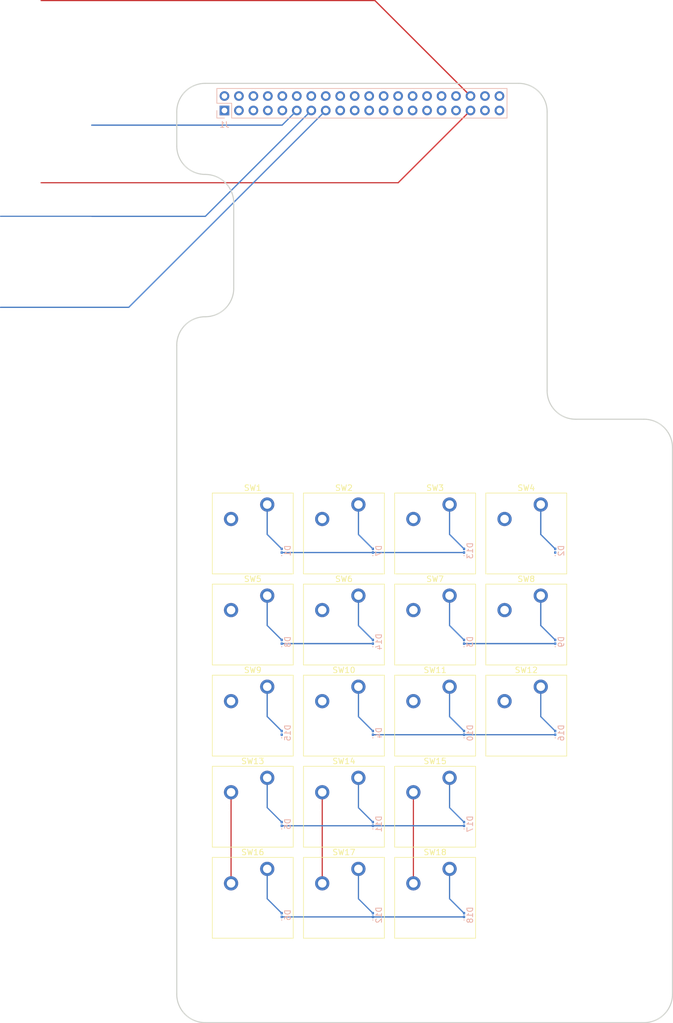
<source format=kicad_pcb>
(kicad_pcb (version 20241229) (generator "pcbnew") (generator_version "9.0")
  (title_block (date "15 nov 2012"))
  (layers (0 "F.Cu" signal) (2 "B.Cu" signal) (13 "F.Paste" user) (15 "B.Paste" user) (5 "F.SilkS" user "F.Silkscreen") (7 "B.SilkS" user "B.Silkscreen") (1 "F.Mask" user) (3 "B.Mask" user) (25 "Edge.Cuts" user))
  (net 0 "")
  (net 1 "GND")
  (net 2 "/GPIO2{slash}SDA1")
  (net 3 "/GPIO3{slash}SCL1")
  (net 4 "/GPIO4{slash}GPCLK0")
  (net 5 "/GPIO14{slash}TXD0")
  (net 6 "/GPIO15{slash}RXD0")
  (net 7 "/GPIO17")
  (net 8 "/GPIO18{slash}PCM.CLK")
  (net 9 "/GPIO27")
  (net 10 "/GPIO22")
  (net 11 "/GPIO23")
  (net 12 "/GPIO24")
  (net 13 "/GPIO10{slash}SPI0.MOSI")
  (net 14 "/GPIO9{slash}SPI0.MISO")
  (net 15 "/GPIO25")
  (net 16 "/GPIO11{slash}SPI0.SCLK")
  (net 17 "/GPIO8{slash}SPI0.CE0")
  (net 18 "/GPIO7{slash}SPI0.CE1")
  (net 19 "/ID_SDA")
  (net 20 "/ID_SCL")
  (net 21 "/GPIO5")
  (net 22 "/GPIO6")
  (net 23 "/GPIO12{slash}PWM0")
  (net 24 "/GPIO13{slash}PWM1")
  (net 25 "/GPIO19{slash}PCM.FS")
  (net 26 "/GPIO16")
  (net 27 "/GPIO26")
  (net 28 "/GPIO20{slash}PCM.DIN")
  (net 29 "/GPIO21{slash}PCM.DOUT")
  (net 30 "+5V")
  (net 31 "+3V3")
  (net 32 "Net-(D1-A)")
  (net 33 "Net-(D2-A)")
  (net 34 "Net-(D3-A)")
  (net 35 "Net-(D4-A)")
  (net 36 "Net-(D5-A)")
  (net 37 "Net-(D6-A)")
  (net 38 "Net-(D7-A)")
  (net 39 "Net-(D8-A)")
  (net 40 "Net-(D9-A)")
  (net 41 "Net-(D10-A)")
  (net 42 "Net-(D11-A)")
  (net 43 "Net-(D12-A)")
  (net 44 "Net-(D13-A)")
  (net 45 "Net-(D14-A)")
  (net 46 "Net-(D15-A)")
  (net 47 "Net-(D16-A)")
  (net 48 "Net-(D17-A)")
  (net 49 "Net-(D18-A)")
  (footprint "PCM_Switch_Keyboard_Cherry_MX:SW_Cherry_MX_PCB" (layer "F.Cu") (at 113.34 139.07)
    (property "Reference" "SW5" (at 0 -8 0) (layer "F.SilkS"))
    (property "Value" "SW_Push")
    (fp_line (start -7.1 -7.1) (end -7.1 7.1) (stroke (width 0.12)) (layer "F.SilkS"))
    (fp_line (start -7.1 7.1) (end 7.1 7.1) (stroke (width 0.12)) (layer "F.SilkS"))
    (fp_line (start 7.1 -7.1) (end -7.1 -7.1) (stroke (width 0.12)) (layer "F.SilkS"))
    (fp_line (start 7.1 7.1) (end 7.1 -7.1) (stroke (width 0.12)) (layer "F.SilkS"))
    (pad "" np_thru_hole circle (at -5.08 0) (size 1.75 1.75) (drill 1.75) (layers "*.Cu" "*.Mask"))
    (pad "" np_thru_hole circle (at 0 0) (size 4 4) (drill 4) (layers "*.Cu" "*.Mask"))
    (pad "" np_thru_hole circle (at 5.08 0) (size 1.75 1.75) (drill 1.75) (layers "*.Cu" "*.Mask"))
    (pad "1" thru_hole circle (at -3.81 -2.54) (size 2.5 2.5) (drill 1.5) (layers "*.Cu" "*.Mask") (net 24 "/GPIO13{slash}PWM1"))
    (pad "2" thru_hole circle (at 2.54 -5.08) (size 2.5 2.5) (drill 1.5) (layers "*.Cu" "*.Mask") (net 39 "Net-(D8-A)"))
  )
  (footprint "MountingHole:MountingHole_2.7mm_M2.5" (layer "F.Cu") (at 161.5 47.5)
    (property "Reference" "MH2" (hide yes))
    (property "Value" "MountingHole_2.7mm_M2.5" (hide yes))
    (pad "" np_thru_hole circle (at 0 0) (size 2.7 2.7) (drill 2.7) (layers "*.Cu" "*.Mask"))
  )
  (footprint "PCM_Switch_Keyboard_Cherry_MX:SW_Cherry_MX_PCB" (layer "F.Cu") (at 129.34 187.07)
    (property "Reference" "SW17" (at 0 -8 0) (layer "F.SilkS"))
    (property "Value" "SW_Push")
    (fp_line (start -7.1 -7.1) (end -7.1 7.1) (stroke (width 0.12)) (layer "F.SilkS"))
    (fp_line (start -7.1 7.1) (end 7.1 7.1) (stroke (width 0.12)) (layer "F.SilkS"))
    (fp_line (start 7.1 -7.1) (end -7.1 -7.1) (stroke (width 0.12)) (layer "F.SilkS"))
    (fp_line (start 7.1 7.1) (end 7.1 -7.1) (stroke (width 0.12)) (layer "F.SilkS"))
    (pad "" np_thru_hole circle (at -5.08 0) (size 1.75 1.75) (drill 1.75) (layers "*.Cu" "*.Mask"))
    (pad "" np_thru_hole circle (at 0 0) (size 4 4) (drill 4) (layers "*.Cu" "*.Mask"))
    (pad "" np_thru_hole circle (at 5.08 0) (size 1.75 1.75) (drill 1.75) (layers "*.Cu" "*.Mask"))
    (pad "1" thru_hole circle (at -3.81 -2.54) (size 2.5 2.5) (drill 1.5) (layers "*.Cu" "*.Mask") (net 24 "/GPIO13{slash}PWM1"))
    (pad "2" thru_hole circle (at 2.54 -5.08) (size 2.5 2.5) (drill 1.5) (layers "*.Cu" "*.Mask") (net 43 "Net-(D12-A)"))
  )
  (footprint "PCM_Switch_Keyboard_Cherry_MX:SW_Cherry_MX_PCB" (layer "F.Cu") (at 113.34 123.07)
    (property "Reference" "SW1" (at 0 -8 0) (layer "F.SilkS"))
    (property "Value" "SW_Push")
    (fp_line (start -7.1 -7.1) (end -7.1 7.1) (stroke (width 0.12)) (layer "F.SilkS"))
    (fp_line (start -7.1 7.1) (end 7.1 7.1) (stroke (width 0.12)) (layer "F.SilkS"))
    (fp_line (start 7.1 -7.1) (end -7.1 -7.1) (stroke (width 0.12)) (layer "F.SilkS"))
    (fp_line (start 7.1 7.1) (end 7.1 -7.1) (stroke (width 0.12)) (layer "F.SilkS"))
    (pad "" np_thru_hole circle (at -5.08 0) (size 1.75 1.75) (drill 1.75) (layers "*.Cu" "*.Mask"))
    (pad "" np_thru_hole circle (at 0 0) (size 4 4) (drill 4) (layers "*.Cu" "*.Mask"))
    (pad "" np_thru_hole circle (at 5.08 0) (size 1.75 1.75) (drill 1.75) (layers "*.Cu" "*.Mask"))
    (pad "1" thru_hole circle (at -3.81 -2.54) (size 2.5 2.5) (drill 1.5) (layers "*.Cu" "*.Mask") (net 26 "/GPIO16"))
    (pad "2" thru_hole circle (at 2.54 -5.08) (size 2.5 2.5) (drill 1.5) (layers "*.Cu" "*.Mask") (net 32 "Net-(D1-A)"))
  )
  (footprint "PCM_Switch_Keyboard_Cherry_MX:SW_Cherry_MX_PCB" (layer "F.Cu") (at 145.34 123.07)
    (property "Reference" "SW3" (at 0 -8 0) (layer "F.SilkS"))
    (property "Value" "SW_Push")
    (fp_line (start -7.1 -7.1) (end -7.1 7.1) (stroke (width 0.12)) (layer "F.SilkS"))
    (fp_line (start -7.1 7.1) (end 7.1 7.1) (stroke (width 0.12)) (layer "F.SilkS"))
    (fp_line (start 7.1 -7.1) (end -7.1 -7.1) (stroke (width 0.12)) (layer "F.SilkS"))
    (fp_line (start 7.1 7.1) (end 7.1 -7.1) (stroke (width 0.12)) (layer "F.SilkS"))
    (pad "" np_thru_hole circle (at -5.08 0) (size 1.75 1.75) (drill 1.75) (layers "*.Cu" "*.Mask"))
    (pad "" np_thru_hole circle (at 0 0) (size 4 4) (drill 4) (layers "*.Cu" "*.Mask"))
    (pad "" np_thru_hole circle (at 5.08 0) (size 1.75 1.75) (drill 1.75) (layers "*.Cu" "*.Mask"))
    (pad "1" thru_hole circle (at -3.81 -2.54) (size 2.5 2.5) (drill 1.5) (layers "*.Cu" "*.Mask") (net 25 "/GPIO19{slash}PCM.FS"))
    (pad "2" thru_hole circle (at 2.54 -5.08) (size 2.5 2.5) (drill 1.5) (layers "*.Cu" "*.Mask") (net 44 "Net-(D13-A)"))
  )
  (footprint "PCM_Switch_Keyboard_Cherry_MX:SW_Cherry_MX_PCB" (layer "F.Cu") (at 145.34 139.07)
    (property "Reference" "SW7" (at 0 -8 0) (layer "F.SilkS"))
    (property "Value" "SW_Push")
    (fp_line (start -7.1 -7.1) (end -7.1 7.1) (stroke (width 0.12)) (layer "F.SilkS"))
    (fp_line (start -7.1 7.1) (end 7.1 7.1) (stroke (width 0.12)) (layer "F.SilkS"))
    (fp_line (start 7.1 -7.1) (end -7.1 -7.1) (stroke (width 0.12)) (layer "F.SilkS"))
    (fp_line (start 7.1 7.1) (end 7.1 -7.1) (stroke (width 0.12)) (layer "F.SilkS"))
    (pad "" np_thru_hole circle (at -5.08 0) (size 1.75 1.75) (drill 1.75) (layers "*.Cu" "*.Mask"))
    (pad "" np_thru_hole circle (at 0 0) (size 4 4) (drill 4) (layers "*.Cu" "*.Mask"))
    (pad "" np_thru_hole circle (at 5.08 0) (size 1.75 1.75) (drill 1.75) (layers "*.Cu" "*.Mask"))
    (pad "1" thru_hole circle (at -3.81 -2.54) (size 2.5 2.5) (drill 1.5) (layers "*.Cu" "*.Mask") (net 26 "/GPIO16"))
    (pad "2" thru_hole circle (at 2.54 -5.08) (size 2.5 2.5) (drill 1.5) (layers "*.Cu" "*.Mask") (net 34 "Net-(D3-A)"))
  )
  (footprint "PCM_Switch_Keyboard_Cherry_MX:SW_Cherry_MX_PCB" (layer "F.Cu") (at 145.34 155.07)
    (property "Reference" "SW11" (at 0 -8 0) (layer "F.SilkS"))
    (property "Value" "SW_Push")
    (fp_line (start -7.1 -7.1) (end -7.1 7.1) (stroke (width 0.12)) (layer "F.SilkS"))
    (fp_line (start -7.1 7.1) (end 7.1 7.1) (stroke (width 0.12)) (layer "F.SilkS"))
    (fp_line (start 7.1 -7.1) (end -7.1 -7.1) (stroke (width 0.12)) (layer "F.SilkS"))
    (fp_line (start 7.1 7.1) (end 7.1 -7.1) (stroke (width 0.12)) (layer "F.SilkS"))
    (pad "" np_thru_hole circle (at -5.08 0) (size 1.75 1.75) (drill 1.75) (layers "*.Cu" "*.Mask"))
    (pad "" np_thru_hole circle (at 0 0) (size 4 4) (drill 4) (layers "*.Cu" "*.Mask"))
    (pad "" np_thru_hole circle (at 5.08 0) (size 1.75 1.75) (drill 1.75) (layers "*.Cu" "*.Mask"))
    (pad "1" thru_hole circle (at -3.81 -2.54) (size 2.5 2.5) (drill 1.5) (layers "*.Cu" "*.Mask") (net 24 "/GPIO13{slash}PWM1"))
    (pad "2" thru_hole circle (at 2.54 -5.08) (size 2.5 2.5) (drill 1.5) (layers "*.Cu" "*.Mask") (net 41 "Net-(D10-A)"))
  )
  (footprint "PCM_Switch_Keyboard_Cherry_MX:SW_Cherry_MX_PCB" (layer "F.Cu") (at 129.34 123.07)
    (property "Reference" "SW2" (at 0 -8 0) (layer "F.SilkS"))
    (property "Value" "SW_Push")
    (fp_line (start -7.1 -7.1) (end -7.1 7.1) (stroke (width 0.12)) (layer "F.SilkS"))
    (fp_line (start -7.1 7.1) (end 7.1 7.1) (stroke (width 0.12)) (layer "F.SilkS"))
    (fp_line (start 7.1 -7.1) (end -7.1 -7.1) (stroke (width 0.12)) (layer "F.SilkS"))
    (fp_line (start 7.1 7.1) (end 7.1 -7.1) (stroke (width 0.12)) (layer "F.SilkS"))
    (pad "" np_thru_hole circle (at -5.08 0) (size 1.75 1.75) (drill 1.75) (layers "*.Cu" "*.Mask"))
    (pad "" np_thru_hole circle (at 0 0) (size 4 4) (drill 4) (layers "*.Cu" "*.Mask"))
    (pad "" np_thru_hole circle (at 5.08 0) (size 1.75 1.75) (drill 1.75) (layers "*.Cu" "*.Mask"))
    (pad "1" thru_hole circle (at -3.81 -2.54) (size 2.5 2.5) (drill 1.5) (layers "*.Cu" "*.Mask") (net 24 "/GPIO13{slash}PWM1"))
    (pad "2" thru_hole circle (at 2.54 -5.08) (size 2.5 2.5) (drill 1.5) (layers "*.Cu" "*.Mask") (net 38 "Net-(D7-A)"))
  )
  (footprint "PCM_Switch_Keyboard_Cherry_MX:SW_Cherry_MX_PCB" (layer "F.Cu") (at 161.34 139.07)
    (property "Reference" "SW8" (at 0 -8 0) (layer "F.SilkS"))
    (property "Value" "SW_Push")
    (fp_line (start -7.1 -7.1) (end -7.1 7.1) (stroke (width 0.12)) (layer "F.SilkS"))
    (fp_line (start -7.1 7.1) (end 7.1 7.1) (stroke (width 0.12)) (layer "F.SilkS"))
    (fp_line (start 7.1 -7.1) (end -7.1 -7.1) (stroke (width 0.12)) (layer "F.SilkS"))
    (fp_line (start 7.1 7.1) (end 7.1 -7.1) (stroke (width 0.12)) (layer "F.SilkS"))
    (pad "" np_thru_hole circle (at -5.08 0) (size 1.75 1.75) (drill 1.75) (layers "*.Cu" "*.Mask"))
    (pad "" np_thru_hole circle (at 0 0) (size 4 4) (drill 4) (layers "*.Cu" "*.Mask"))
    (pad "" np_thru_hole circle (at 5.08 0) (size 1.75 1.75) (drill 1.75) (layers "*.Cu" "*.Mask"))
    (pad "1" thru_hole circle (at -3.81 -2.54) (size 2.5 2.5) (drill 1.5) (layers "*.Cu" "*.Mask") (net 24 "/GPIO13{slash}PWM1"))
    (pad "2" thru_hole circle (at 2.54 -5.08) (size 2.5 2.5) (drill 1.5) (layers "*.Cu" "*.Mask") (net 40 "Net-(D9-A)"))
  )
  (footprint "PCM_Switch_Keyboard_Cherry_MX:SW_Cherry_MX_PCB" (layer "F.Cu") (at 129.34 139.07)
    (property "Reference" "SW6" (at 0 -8 0) (layer "F.SilkS"))
    (property "Value" "SW_Push")
    (fp_line (start -7.1 -7.1) (end -7.1 7.1) (stroke (width 0.12)) (layer "F.SilkS"))
    (fp_line (start -7.1 7.1) (end 7.1 7.1) (stroke (width 0.12)) (layer "F.SilkS"))
    (fp_line (start 7.1 -7.1) (end -7.1 -7.1) (stroke (width 0.12)) (layer "F.SilkS"))
    (fp_line (start 7.1 7.1) (end 7.1 -7.1) (stroke (width 0.12)) (layer "F.SilkS"))
    (pad "" np_thru_hole circle (at -5.08 0) (size 1.75 1.75) (drill 1.75) (layers "*.Cu" "*.Mask"))
    (pad "" np_thru_hole circle (at 0 0) (size 4 4) (drill 4) (layers "*.Cu" "*.Mask"))
    (pad "" np_thru_hole circle (at 5.08 0) (size 1.75 1.75) (drill 1.75) (layers "*.Cu" "*.Mask"))
    (pad "1" thru_hole circle (at -3.81 -2.54) (size 2.5 2.5) (drill 1.5) (layers "*.Cu" "*.Mask") (net 25 "/GPIO19{slash}PCM.FS"))
    (pad "2" thru_hole circle (at 2.54 -5.08) (size 2.5 2.5) (drill 1.5) (layers "*.Cu" "*.Mask") (net 45 "Net-(D14-A)"))
  )
  (footprint "PCM_Switch_Keyboard_Cherry_MX:SW_Cherry_MX_PCB" (layer "F.Cu") (at 161.34 123.07)
    (property "Reference" "SW4" (at 0 -8 0) (layer "F.SilkS"))
    (property "Value" "SW_Push")
    (fp_line (start -7.1 -7.1) (end -7.1 7.1) (stroke (width 0.12)) (layer "F.SilkS"))
    (fp_line (start -7.1 7.1) (end 7.1 7.1) (stroke (width 0.12)) (layer "F.SilkS"))
    (fp_line (start 7.1 -7.1) (end -7.1 -7.1) (stroke (width 0.12)) (layer "F.SilkS"))
    (fp_line (start 7.1 7.1) (end 7.1 -7.1) (stroke (width 0.12)) (layer "F.SilkS"))
    (pad "" np_thru_hole circle (at -5.08 0) (size 1.75 1.75) (drill 1.75) (layers "*.Cu" "*.Mask"))
    (pad "" np_thru_hole circle (at 0 0) (size 4 4) (drill 4) (layers "*.Cu" "*.Mask"))
    (pad "" np_thru_hole circle (at 5.08 0) (size 1.75 1.75) (drill 1.75) (layers "*.Cu" "*.Mask"))
    (pad "1" thru_hole circle (at -3.81 -2.54) (size 2.5 2.5) (drill 1.5) (layers "*.Cu" "*.Mask") (net 26 "/GPIO16"))
    (pad "2" thru_hole circle (at 2.54 -5.08) (size 2.5 2.5) (drill 1.5) (layers "*.Cu" "*.Mask") (net 33 "Net-(D2-A)"))
  )
  (footprint "PCM_Switch_Keyboard_Cherry_MX:SW_Cherry_MX_PCB" (layer "F.Cu") (at 113.34 171.07)
    (property "Reference" "SW13" (at 0 -8 0) (layer "F.SilkS"))
    (property "Value" "SW_Push")
    (fp_line (start -7.1 -7.1) (end -7.1 7.1) (stroke (width 0.12)) (layer "F.SilkS"))
    (fp_line (start -7.1 7.1) (end 7.1 7.1) (stroke (width 0.12)) (layer "F.SilkS"))
    (fp_line (start 7.1 -7.1) (end -7.1 -7.1) (stroke (width 0.12)) (layer "F.SilkS"))
    (fp_line (start 7.1 7.1) (end 7.1 -7.1) (stroke (width 0.12)) (layer "F.SilkS"))
    (pad "" np_thru_hole circle (at -5.08 0) (size 1.75 1.75) (drill 1.75) (layers "*.Cu" "*.Mask"))
    (pad "" np_thru_hole circle (at 0 0) (size 4 4) (drill 4) (layers "*.Cu" "*.Mask"))
    (pad "" np_thru_hole circle (at 5.08 0) (size 1.75 1.75) (drill 1.75) (layers "*.Cu" "*.Mask"))
    (pad "1" thru_hole circle (at -3.81 -2.54) (size 2.5 2.5) (drill 1.5) (layers "*.Cu" "*.Mask") (net 26 "/GPIO16"))
    (pad "2" thru_hole circle (at 2.54 -5.08) (size 2.5 2.5) (drill 1.5) (layers "*.Cu" "*.Mask") (net 36 "Net-(D5-A)"))
  )
  (footprint "PCM_Switch_Keyboard_Cherry_MX:SW_Cherry_MX_PCB" (layer "F.Cu") (at 145.34 171.07)
    (property "Reference" "SW15" (at 0 -8 0) (layer "F.SilkS"))
    (property "Value" "SW_Push")
    (fp_line (start -7.1 -7.1) (end -7.1 7.1) (stroke (width 0.12)) (layer "F.SilkS"))
    (fp_line (start -7.1 7.1) (end 7.1 7.1) (stroke (width 0.12)) (layer "F.SilkS"))
    (fp_line (start 7.1 -7.1) (end -7.1 -7.1) (stroke (width 0.12)) (layer "F.SilkS"))
    (fp_line (start 7.1 7.1) (end 7.1 -7.1) (stroke (width 0.12)) (layer "F.SilkS"))
    (pad "" np_thru_hole circle (at -5.08 0) (size 1.75 1.75) (drill 1.75) (layers "*.Cu" "*.Mask"))
    (pad "" np_thru_hole circle (at 0 0) (size 4 4) (drill 4) (layers "*.Cu" "*.Mask"))
    (pad "" np_thru_hole circle (at 5.08 0) (size 1.75 1.75) (drill 1.75) (layers "*.Cu" "*.Mask"))
    (pad "1" thru_hole circle (at -3.81 -2.54) (size 2.5 2.5) (drill 1.5) (layers "*.Cu" "*.Mask") (net 25 "/GPIO19{slash}PCM.FS"))
    (pad "2" thru_hole circle (at 2.54 -5.08) (size 2.5 2.5) (drill 1.5) (layers "*.Cu" "*.Mask") (net 48 "Net-(D17-A)"))
  )
  (footprint "MountingHole:MountingHole_2.7mm_M2.5" (layer "F.Cu") (at 103.5 96.5)
    (property "Reference" "MH3" (hide yes))
    (property "Value" "MountingHole_2.7mm_M2.5" (hide yes))
    (pad "" np_thru_hole circle (at 0 0) (size 2.7 2.7) (drill 2.7) (layers "*.Cu" "*.Mask"))
  )
  (footprint "MountingHole:MountingHole_2.7mm_M2.5" (layer "F.Cu") (at 103.5 47.5)
    (property "Reference" "MH1" (hide yes))
    (property "Value" "MountingHole_2.7mm_M2.5" (hide yes))
    (pad "" np_thru_hole circle (at 0 0) (size 2.7 2.7) (drill 2.7) (layers "*.Cu" "*.Mask"))
  )
  (footprint "PCM_Switch_Keyboard_Cherry_MX:SW_Cherry_MX_PCB" (layer "F.Cu") (at 113.34 155.07)
    (property "Reference" "SW9" (at 0 -8 0) (layer "F.SilkS"))
    (property "Value" "SW_Push")
    (fp_line (start -7.1 -7.1) (end -7.1 7.1) (stroke (width 0.12)) (layer "F.SilkS"))
    (fp_line (start -7.1 7.1) (end 7.1 7.1) (stroke (width 0.12)) (layer "F.SilkS"))
    (fp_line (start 7.1 -7.1) (end -7.1 -7.1) (stroke (width 0.12)) (layer "F.SilkS"))
    (fp_line (start 7.1 7.1) (end 7.1 -7.1) (stroke (width 0.12)) (layer "F.SilkS"))
    (pad "" np_thru_hole circle (at -5.08 0) (size 1.75 1.75) (drill 1.75) (layers "*.Cu" "*.Mask"))
    (pad "" np_thru_hole circle (at 0 0) (size 4 4) (drill 4) (layers "*.Cu" "*.Mask"))
    (pad "" np_thru_hole circle (at 5.08 0) (size 1.75 1.75) (drill 1.75) (layers "*.Cu" "*.Mask"))
    (pad "1" thru_hole circle (at -3.81 -2.54) (size 2.5 2.5) (drill 1.5) (layers "*.Cu" "*.Mask") (net 25 "/GPIO19{slash}PCM.FS"))
    (pad "2" thru_hole circle (at 2.54 -5.08) (size 2.5 2.5) (drill 1.5) (layers "*.Cu" "*.Mask") (net 46 "Net-(D15-A)"))
  )
  (footprint "PCM_Switch_Keyboard_Cherry_MX:SW_Cherry_MX_PCB" (layer "F.Cu") (at 129.34 155.07)
    (property "Reference" "SW10" (at 0 -8 0) (layer "F.SilkS"))
    (property "Value" "SW_Push")
    (fp_line (start -7.1 -7.1) (end -7.1 7.1) (stroke (width 0.12)) (layer "F.SilkS"))
    (fp_line (start -7.1 7.1) (end 7.1 7.1) (stroke (width 0.12)) (layer "F.SilkS"))
    (fp_line (start 7.1 -7.1) (end -7.1 -7.1) (stroke (width 0.12)) (layer "F.SilkS"))
    (fp_line (start 7.1 7.1) (end 7.1 -7.1) (stroke (width 0.12)) (layer "F.SilkS"))
    (pad "" np_thru_hole circle (at -5.08 0) (size 1.75 1.75) (drill 1.75) (layers "*.Cu" "*.Mask"))
    (pad "" np_thru_hole circle (at 0 0) (size 4 4) (drill 4) (layers "*.Cu" "*.Mask"))
    (pad "" np_thru_hole circle (at 5.08 0) (size 1.75 1.75) (drill 1.75) (layers "*.Cu" "*.Mask"))
    (pad "1" thru_hole circle (at -3.81 -2.54) (size 2.5 2.5) (drill 1.5) (layers "*.Cu" "*.Mask") (net 26 "/GPIO16"))
    (pad "2" thru_hole circle (at 2.54 -5.08) (size 2.5 2.5) (drill 1.5) (layers "*.Cu" "*.Mask") (net 35 "Net-(D4-A)"))
  )
  (footprint "MountingHole:MountingHole_2.7mm_M2.5" (layer "F.Cu") (at 161.5 96.5)
    (property "Reference" "MH4" (hide yes))
    (property "Value" "MountingHole_2.7mm_M2.5" (hide yes))
    (pad "" np_thru_hole circle (at 0 0) (size 2.7 2.7) (drill 2.7) (layers "*.Cu" "*.Mask"))
  )
  (footprint "PCM_Switch_Keyboard_Cherry_MX:SW_Cherry_MX_PCB" (layer "F.Cu") (at 113.34 187.07)
    (property "Reference" "SW16" (at 0 -8 0) (layer "F.SilkS"))
    (property "Value" "SW_Push")
    (fp_line (start -7.1 -7.1) (end -7.1 7.1) (stroke (width 0.12)) (layer "F.SilkS"))
    (fp_line (start -7.1 7.1) (end 7.1 7.1) (stroke (width 0.12)) (layer "F.SilkS"))
    (fp_line (start 7.1 -7.1) (end -7.1 -7.1) (stroke (width 0.12)) (layer "F.SilkS"))
    (fp_line (start 7.1 7.1) (end 7.1 -7.1) (stroke (width 0.12)) (layer "F.SilkS"))
    (pad "" np_thru_hole circle (at -5.08 0) (size 1.75 1.75) (drill 1.75) (layers "*.Cu" "*.Mask"))
    (pad "" np_thru_hole circle (at 0 0) (size 4 4) (drill 4) (layers "*.Cu" "*.Mask"))
    (pad "" np_thru_hole circle (at 5.08 0) (size 1.75 1.75) (drill 1.75) (layers "*.Cu" "*.Mask"))
    (pad "1" thru_hole circle (at -3.81 -2.54) (size 2.5 2.5) (drill 1.5) (layers "*.Cu" "*.Mask") (net 26 "/GPIO16"))
    (pad "2" thru_hole circle (at 2.54 -5.08) (size 2.5 2.5) (drill 1.5) (layers "*.Cu" "*.Mask") (net 37 "Net-(D6-A)"))
  )
  (footprint "PCM_Switch_Keyboard_Cherry_MX:SW_Cherry_MX_PCB" (layer "F.Cu") (at 129.34 171.07)
    (property "Reference" "SW14" (at 0 -8 0) (layer "F.SilkS"))
    (property "Value" "SW_Push")
    (fp_line (start -7.1 -7.1) (end -7.1 7.1) (stroke (width 0.12)) (layer "F.SilkS"))
    (fp_line (start -7.1 7.1) (end 7.1 7.1) (stroke (width 0.12)) (layer "F.SilkS"))
    (fp_line (start 7.1 -7.1) (end -7.1 -7.1) (stroke (width 0.12)) (layer "F.SilkS"))
    (fp_line (start 7.1 7.1) (end 7.1 -7.1) (stroke (width 0.12)) (layer "F.SilkS"))
    (pad "" np_thru_hole circle (at -5.08 0) (size 1.75 1.75) (drill 1.75) (layers "*.Cu" "*.Mask"))
    (pad "" np_thru_hole circle (at 0 0) (size 4 4) (drill 4) (layers "*.Cu" "*.Mask"))
    (pad "" np_thru_hole circle (at 5.08 0) (size 1.75 1.75) (drill 1.75) (layers "*.Cu" "*.Mask"))
    (pad "1" thru_hole circle (at -3.81 -2.54) (size 2.5 2.5) (drill 1.5) (layers "*.Cu" "*.Mask") (net 24 "/GPIO13{slash}PWM1"))
    (pad "2" thru_hole circle (at 2.54 -5.08) (size 2.5 2.5) (drill 1.5) (layers "*.Cu" "*.Mask") (net 42 "Net-(D11-A)"))
  )
  (footprint "PCM_Switch_Keyboard_Cherry_MX:SW_Cherry_MX_PCB" (layer "F.Cu") (at 161.34 155.07)
    (property "Reference" "SW12" (at 0 -8 0) (layer "F.SilkS"))
    (property "Value" "SW_Push")
    (fp_line (start -7.1 -7.1) (end -7.1 7.1) (stroke (width 0.12)) (layer "F.SilkS"))
    (fp_line (start -7.1 7.1) (end 7.1 7.1) (stroke (width 0.12)) (layer "F.SilkS"))
    (fp_line (start 7.1 -7.1) (end -7.1 -7.1) (stroke (width 0.12)) (layer "F.SilkS"))
    (fp_line (start 7.1 7.1) (end 7.1 -7.1) (stroke (width 0.12)) (layer "F.SilkS"))
    (pad "" np_thru_hole circle (at -5.08 0) (size 1.75 1.75) (drill 1.75) (layers "*.Cu" "*.Mask"))
    (pad "" np_thru_hole circle (at 0 0) (size 4 4) (drill 4) (layers "*.Cu" "*.Mask"))
    (pad "" np_thru_hole circle (at 5.08 0) (size 1.75 1.75) (drill 1.75) (layers "*.Cu" "*.Mask"))
    (pad "1" thru_hole circle (at -3.81 -2.54) (size 2.5 2.5) (drill 1.5) (layers "*.Cu" "*.Mask") (net 25 "/GPIO19{slash}PCM.FS"))
    (pad "2" thru_hole circle (at 2.54 -5.08) (size 2.5 2.5) (drill 1.5) (layers "*.Cu" "*.Mask") (net 47 "Net-(D16-A)"))
  )
  (footprint "PCM_Switch_Keyboard_Cherry_MX:SW_Cherry_MX_PCB" (layer "F.Cu") (at 145.34 187.07)
    (property "Reference" "SW18" (at 0 -8 0) (layer "F.SilkS"))
    (property "Value" "SW_Push")
    (fp_line (start -7.1 -7.1) (end -7.1 7.1) (stroke (width 0.12)) (layer "F.SilkS"))
    (fp_line (start -7.1 7.1) (end 7.1 7.1) (stroke (width 0.12)) (layer "F.SilkS"))
    (fp_line (start 7.1 -7.1) (end -7.1 -7.1) (stroke (width 0.12)) (layer "F.SilkS"))
    (fp_line (start 7.1 7.1) (end 7.1 -7.1) (stroke (width 0.12)) (layer "F.SilkS"))
    (pad "" np_thru_hole circle (at -5.08 0) (size 1.75 1.75) (drill 1.75) (layers "*.Cu" "*.Mask"))
    (pad "" np_thru_hole circle (at 0 0) (size 4 4) (drill 4) (layers "*.Cu" "*.Mask"))
    (pad "" np_thru_hole circle (at 5.08 0) (size 1.75 1.75) (drill 1.75) (layers "*.Cu" "*.Mask"))
    (pad "1" thru_hole circle (at -3.81 -2.54) (size 2.5 2.5) (drill 1.5) (layers "*.Cu" "*.Mask") (net 25 "/GPIO19{slash}PCM.FS"))
    (pad "2" thru_hole circle (at 2.54 -5.08) (size 2.5 2.5) (drill 1.5) (layers "*.Cu" "*.Mask") (net 49 "Net-(D18-A)"))
  )
  (footprint "Connector_PinSocket_2.54mm:PinSocket_2x20_P2.54mm_Vertical" (layer "B.Cu") (at 108.37 48.77 -90)
    (property "Reference" "J1" (at 2.5 0 0) (layer "B.SilkS") (effects (justify mirror)))
    (property "Value" "GPIO")
    (fp_line (start -3.87 1.33) (end -1.27 1.33) (stroke (width 0.12)) (layer "B.SilkS"))
    (fp_line (start -3.87 1.33) (end -3.87 -49.59) (stroke (width 0.12)) (layer "B.SilkS"))
    (fp_line (start -1.27 1.33) (end -1.27 -1.27) (stroke (width 0.12)) (layer "B.SilkS"))
    (fp_line (start 0 1.33) (end 1.33 1.33) (stroke (width 0.12)) (layer "B.SilkS"))
    (fp_line (start 1.33 1.33) (end 1.33 0) (stroke (width 0.12)) (layer "B.SilkS"))
    (fp_line (start -1.27 -1.27) (end 1.33 -1.27) (stroke (width 0.12)) (layer "B.SilkS"))
    (fp_line (start 1.33 -1.27) (end 1.33 -49.59) (stroke (width 0.12)) (layer "B.SilkS"))
    (fp_line (start -3.87 -49.59) (end 1.33 -49.59) (stroke (width 0.12)) (layer "B.SilkS"))
    (pad "1" thru_hole rect (at 0 0 270) (size 1.7 1.7) (drill 1) (layers "*.Cu" "*.Mask") (net 31 "+3V3"))
    (pad "2" thru_hole oval (at -2.54 0 270) (size 1.7 1.7) (drill 1) (layers "*.Cu" "*.Mask") (net 30 "+5V"))
    (pad "3" thru_hole oval (at 0 -2.54 270) (size 1.7 1.7) (drill 1) (layers "*.Cu" "*.Mask") (net 2 "/GPIO2{slash}SDA1"))
    (pad "4" thru_hole oval (at -2.54 -2.54 270) (size 1.7 1.7) (drill 1) (layers "*.Cu" "*.Mask") (net 30 "+5V"))
    (pad "5" thru_hole oval (at 0 -5.08 270) (size 1.7 1.7) (drill 1) (layers "*.Cu" "*.Mask") (net 3 "/GPIO3{slash}SCL1"))
    (pad "6" thru_hole oval (at -2.54 -5.08 270) (size 1.7 1.7) (drill 1) (layers "*.Cu" "*.Mask") (net 1 "GND"))
    (pad "7" thru_hole oval (at 0 -7.62 270) (size 1.7 1.7) (drill 1) (layers "*.Cu" "*.Mask") (net 4 "/GPIO4{slash}GPCLK0"))
    (pad "8" thru_hole oval (at -2.54 -7.62 270) (size 1.7 1.7) (drill 1) (layers "*.Cu" "*.Mask") (net 5 "/GPIO14{slash}TXD0"))
    (pad "9" thru_hole oval (at 0 -10.16 270) (size 1.7 1.7) (drill 1) (layers "*.Cu" "*.Mask") (net 1 "GND"))
    (pad "10" thru_hole oval (at -2.54 -10.16 270) (size 1.7 1.7) (drill 1) (layers "*.Cu" "*.Mask") (net 6 "/GPIO15{slash}RXD0"))
    (pad "11" thru_hole oval (at 0 -12.7 270) (size 1.7 1.7) (drill 1) (layers "*.Cu" "*.Mask") (net 7 "/GPIO17"))
    (pad "12" thru_hole oval (at -2.54 -12.7 270) (size 1.7 1.7) (drill 1) (layers "*.Cu" "*.Mask") (net 8 "/GPIO18{slash}PCM.CLK"))
    (pad "13" thru_hole oval (at 0 -15.24 270) (size 1.7 1.7) (drill 1) (layers "*.Cu" "*.Mask") (net 9 "/GPIO27"))
    (pad "14" thru_hole oval (at -2.54 -15.24 270) (size 1.7 1.7) (drill 1) (layers "*.Cu" "*.Mask") (net 1 "GND"))
    (pad "15" thru_hole oval (at 0 -17.78 270) (size 1.7 1.7) (drill 1) (layers "*.Cu" "*.Mask") (net 10 "/GPIO22"))
    (pad "16" thru_hole oval (at -2.54 -17.78 270) (size 1.7 1.7) (drill 1) (layers "*.Cu" "*.Mask") (net 11 "/GPIO23"))
    (pad "17" thru_hole oval (at 0 -20.32 270) (size 1.7 1.7) (drill 1) (layers "*.Cu" "*.Mask") (net 31 "+3V3"))
    (pad "18" thru_hole oval (at -2.54 -20.32 270) (size 1.7 1.7) (drill 1) (layers "*.Cu" "*.Mask") (net 12 "/GPIO24"))
    (pad "19" thru_hole oval (at 0 -22.86 270) (size 1.7 1.7) (drill 1) (layers "*.Cu" "*.Mask") (net 13 "/GPIO10{slash}SPI0.MOSI"))
    (pad "20" thru_hole oval (at -2.54 -22.86 270) (size 1.7 1.7) (drill 1) (layers "*.Cu" "*.Mask") (net 1 "GND"))
    (pad "21" thru_hole oval (at 0 -25.4 270) (size 1.7 1.7) (drill 1) (layers "*.Cu" "*.Mask") (net 14 "/GPIO9{slash}SPI0.MISO"))
    (pad "22" thru_hole oval (at -2.54 -25.4 270) (size 1.7 1.7) (drill 1) (layers "*.Cu" "*.Mask") (net 15 "/GPIO25"))
    (pad "23" thru_hole oval (at 0 -27.94 270) (size 1.7 1.7) (drill 1) (layers "*.Cu" "*.Mask") (net 16 "/GPIO11{slash}SPI0.SCLK"))
    (pad "24" thru_hole oval (at -2.54 -27.94 270) (size 1.7 1.7) (drill 1) (layers "*.Cu" "*.Mask") (net 17 "/GPIO8{slash}SPI0.CE0"))
    (pad "25" thru_hole oval (at 0 -30.48 270) (size 1.7 1.7) (drill 1) (layers "*.Cu" "*.Mask") (net 1 "GND"))
    (pad "26" thru_hole oval (at -2.54 -30.48 270) (size 1.7 1.7) (drill 1) (layers "*.Cu" "*.Mask") (net 18 "/GPIO7{slash}SPI0.CE1"))
    (pad "27" thru_hole oval (at 0 -33.02 270) (size 1.7 1.7) (drill 1) (layers "*.Cu" "*.Mask") (net 19 "/ID_SDA"))
    (pad "28" thru_hole oval (at -2.54 -33.02 270) (size 1.7 1.7) (drill 1) (layers "*.Cu" "*.Mask") (net 20 "/ID_SCL"))
    (pad "29" thru_hole oval (at 0 -35.56 270) (size 1.7 1.7) (drill 1) (layers "*.Cu" "*.Mask") (net 21 "/GPIO5"))
    (pad "30" thru_hole oval (at -2.54 -35.56 270) (size 1.7 1.7) (drill 1) (layers "*.Cu" "*.Mask") (net 1 "GND"))
    (pad "31" thru_hole oval (at 0 -38.1 270) (size 1.7 1.7) (drill 1) (layers "*.Cu" "*.Mask") (net 22 "/GPIO6"))
    (pad "32" thru_hole oval (at -2.54 -38.1 270) (size 1.7 1.7) (drill 1) (layers "*.Cu" "*.Mask") (net 23 "/GPIO12{slash}PWM0"))
    (pad "33" thru_hole oval (at 0 -40.64 270) (size 1.7 1.7) (drill 1) (layers "*.Cu" "*.Mask") (net 24 "/GPIO13{slash}PWM1"))
    (pad "34" thru_hole oval (at -2.54 -40.64 270) (size 1.7 1.7) (drill 1) (layers "*.Cu" "*.Mask") (net 1 "GND"))
    (pad "35" thru_hole oval (at 0 -43.18 270) (size 1.7 1.7) (drill 1) (layers "*.Cu" "*.Mask") (net 25 "/GPIO19{slash}PCM.FS"))
    (pad "36" thru_hole oval (at -2.54 -43.18 270) (size 1.7 1.7) (drill 1) (layers "*.Cu" "*.Mask") (net 26 "/GPIO16"))
    (pad "37" thru_hole oval (at 0 -45.72 270) (size 1.7 1.7) (drill 1) (layers "*.Cu" "*.Mask") (net 27 "/GPIO26"))
    (pad "38" thru_hole oval (at -2.54 -45.72 270) (size 1.7 1.7) (drill 1) (layers "*.Cu" "*.Mask") (net 28 "/GPIO20{slash}PCM.DIN"))
    (pad "39" thru_hole oval (at 0 -48.26 270) (size 1.7 1.7) (drill 1) (layers "*.Cu" "*.Mask") (net 1 "GND"))
    (pad "40" thru_hole oval (at -2.54 -48.26 270) (size 1.7 1.7) (drill 1) (layers "*.Cu" "*.Mask") (net 29 "/GPIO21{slash}PCM.DOUT"))
  )
  (footprint "Diode_SMD:D_0201_0603Metric" (layer "B.Cu") (at 134.42 190.1 90)
    (property "Reference" "D12" (at 0 1.05 90) (layer "B.SilkS") (effects (justify mirror)))
    (property "Value" "D")
    (fp_circle (center -0.86 0) (end -0.81 0) (stroke (width 0.1)) (fill no) (layer "B.SilkS"))
    (pad "1" smd roundrect (at -0.32 0 90) (size 0.46 0.4) (layers "B.Cu" "B.Mask") (net 11 "/GPIO23"))
    (pad "2" smd roundrect (at 0.32 0 90) (size 0.46 0.4) (layers "B.Cu" "B.Mask") (net 43 "Net-(D12-A)"))
  )
  (footprint "Diode_SMD:D_0201_0603Metric" (layer "B.Cu") (at 118.42 174.1 90)
    (property "Reference" "D5" (at 0 1.05 90) (layer "B.SilkS") (effects (justify mirror)))
    (property "Value" "D")
    (fp_circle (center -0.86 0) (end -0.81 0) (stroke (width 0.1)) (fill no) (layer "B.SilkS"))
    (pad "1" smd roundrect (at -0.32 0 90) (size 0.46 0.4) (layers "B.Cu" "B.Mask") (net 10 "/GPIO22"))
    (pad "2" smd roundrect (at 0.32 0 90) (size 0.46 0.4) (layers "B.Cu" "B.Mask") (net 36 "Net-(D5-A)"))
  )
  (footprint "Diode_SMD:D_0201_0603Metric" (layer "B.Cu") (at 150.42 158.1 90)
    (property "Reference" "D10" (at 0 1.05 90) (layer "B.SilkS") (effects (justify mirror)))
    (property "Value" "D")
    (fp_circle (center -0.86 0) (end -0.81 0) (stroke (width 0.1)) (fill no) (layer "B.SilkS"))
    (pad "1" smd roundrect (at -0.32 0 90) (size 0.46 0.4) (layers "B.Cu" "B.Mask") (net 9 "/GPIO27"))
    (pad "2" smd roundrect (at 0.32 0 90) (size 0.46 0.4) (layers "B.Cu" "B.Mask") (net 41 "Net-(D10-A)"))
  )
  (footprint "Diode_SMD:D_0201_0603Metric" (layer "B.Cu") (at 150.42 190.1 90)
    (property "Reference" "D18" (at 0 1.05 90) (layer "B.SilkS") (effects (justify mirror)))
    (property "Value" "D")
    (fp_circle (center -0.86 0) (end -0.81 0) (stroke (width 0.1)) (fill no) (layer "B.SilkS"))
    (pad "1" smd roundrect (at -0.32 0 90) (size 0.46 0.4) (layers "B.Cu" "B.Mask") (net 11 "/GPIO23"))
    (pad "2" smd roundrect (at 0.32 0 90) (size 0.46 0.4) (layers "B.Cu" "B.Mask") (net 49 "Net-(D18-A)"))
  )
  (footprint "Diode_SMD:D_0201_0603Metric" (layer "B.Cu") (at 150.42 174.1 90)
    (property "Reference" "D17" (at 0 1.05 90) (layer "B.SilkS") (effects (justify mirror)))
    (property "Value" "D")
    (fp_circle (center -0.86 0) (end -0.81 0) (stroke (width 0.1)) (fill no) (layer "B.SilkS"))
    (pad "1" smd roundrect (at -0.32 0 90) (size 0.46 0.4) (layers "B.Cu" "B.Mask") (net 10 "/GPIO22"))
    (pad "2" smd roundrect (at 0.32 0 90) (size 0.46 0.4) (layers "B.Cu" "B.Mask") (net 48 "Net-(D17-A)"))
  )
  (footprint "Diode_SMD:D_0201_0603Metric" (layer "B.Cu") (at 118.42 126.1 90)
    (property "Reference" "D1" (at 0 1.05 90) (layer "B.SilkS") (effects (justify mirror)))
    (property "Value" "D")
    (fp_circle (center -0.86 0) (end -0.81 0) (stroke (width 0.1)) (fill no) (layer "B.SilkS"))
    (pad "1" smd roundrect (at -0.32 0 90) (size 0.46 0.4) (layers "B.Cu" "B.Mask") (net 21 "/GPIO5"))
    (pad "2" smd roundrect (at 0.32 0 90) (size 0.46 0.4) (layers "B.Cu" "B.Mask") (net 32 "Net-(D1-A)"))
  )
  (footprint "Diode_SMD:D_0201_0603Metric" (layer "B.Cu") (at 118.42 158.1 90)
    (property "Reference" "D15" (at 0 1.05 90) (layer "B.SilkS") (effects (justify mirror)))
    (property "Value" "D")
    (fp_circle (center -0.86 0) (end -0.81 0) (stroke (width 0.1)) (fill no) (layer "B.SilkS"))
    (pad "1" smd roundrect (at -0.32 0 90) (size 0.46 0.4) (layers "B.Cu" "B.Mask") (net 7 "/GPIO17"))
    (pad "2" smd roundrect (at 0.32 0 90) (size 0.46 0.4) (layers "B.Cu" "B.Mask") (net 46 "Net-(D15-A)"))
  )
  (footprint "Diode_SMD:D_0201_0603Metric" (layer "B.Cu") (at 134.42 158.1 90)
    (property "Reference" "D4" (at 0 1.05 90) (layer "B.SilkS") (effects (justify mirror)))
    (property "Value" "D")
    (fp_circle (center -0.86 0) (end -0.81 0) (stroke (width 0.1)) (fill no) (layer "B.SilkS"))
    (pad "1" smd roundrect (at -0.32 0 90) (size 0.46 0.4) (layers "B.Cu" "B.Mask") (net 9 "/GPIO27"))
    (pad "2" smd roundrect (at 0.32 0 90) (size 0.46 0.4) (layers "B.Cu" "B.Mask") (net 35 "Net-(D4-A)"))
  )
  (footprint "Diode_SMD:D_0201_0603Metric" (layer "B.Cu") (at 118.42 142.1 90)
    (property "Reference" "D8" (at 0 1.05 90) (layer "B.SilkS") (effects (justify mirror)))
    (property "Value" "D")
    (fp_circle (center -0.86 0) (end -0.81 0) (stroke (width 0.1)) (fill no) (layer "B.SilkS"))
    (pad "1" smd roundrect (at -0.32 0 90) (size 0.46 0.4) (layers "B.Cu" "B.Mask") (net 22 "/GPIO6"))
    (pad "2" smd roundrect (at 0.32 0 90) (size 0.46 0.4) (layers "B.Cu" "B.Mask") (net 39 "Net-(D8-A)"))
  )
  (footprint "Diode_SMD:D_0201_0603Metric" (layer "B.Cu") (at 150.42 142.1 90)
    (property "Reference" "D3" (at 0 1.05 90) (layer "B.SilkS") (effects (justify mirror)))
    (property "Value" "D")
    (fp_circle (center -0.86 0) (end -0.81 0) (stroke (width 0.1)) (fill no) (layer "B.SilkS"))
    (pad "1" smd roundrect (at -0.32 0 90) (size 0.46 0.4) (layers "B.Cu" "B.Mask") (net 7 "/GPIO17"))
    (pad "2" smd roundrect (at 0.32 0 90) (size 0.46 0.4) (layers "B.Cu" "B.Mask") (net 34 "Net-(D3-A)"))
  )
  (footprint "Diode_SMD:D_0201_0603Metric" (layer "B.Cu") (at 134.42 126.1 90)
    (property "Reference" "D7" (at 0 1.05 90) (layer "B.SilkS") (effects (justify mirror)))
    (property "Value" "D")
    (fp_circle (center -0.86 0) (end -0.81 0) (stroke (width 0.1)) (fill no) (layer "B.SilkS"))
    (pad "1" smd roundrect (at -0.32 0 90) (size 0.46 0.4) (layers "B.Cu" "B.Mask") (net 21 "/GPIO5"))
    (pad "2" smd roundrect (at 0.32 0 90) (size 0.46 0.4) (layers "B.Cu" "B.Mask") (net 38 "Net-(D7-A)"))
  )
  (footprint "Diode_SMD:D_0201_0603Metric" (layer "B.Cu") (at 150.42 126.1 90)
    (property "Reference" "D13" (at 0 1.05 90) (layer "B.SilkS") (effects (justify mirror)))
    (property "Value" "D")
    (fp_circle (center -0.86 0) (end -0.81 0) (stroke (width 0.1)) (fill no) (layer "B.SilkS"))
    (pad "1" smd roundrect (at -0.32 0 90) (size 0.46 0.4) (layers "B.Cu" "B.Mask") (net 21 "/GPIO5"))
    (pad "2" smd roundrect (at 0.32 0 90) (size 0.46 0.4) (layers "B.Cu" "B.Mask") (net 44 "Net-(D13-A)"))
  )
  (footprint "Diode_SMD:D_0201_0603Metric" (layer "B.Cu") (at 118.42 190.1 90)
    (property "Reference" "D6" (at 0 1.05 90) (layer "B.SilkS") (effects (justify mirror)))
    (property "Value" "D")
    (fp_circle (center -0.86 0) (end -0.81 0) (stroke (width 0.1)) (fill no) (layer "B.SilkS"))
    (pad "1" smd roundrect (at -0.32 0 90) (size 0.46 0.4) (layers "B.Cu" "B.Mask") (net 11 "/GPIO23"))
    (pad "2" smd roundrect (at 0.32 0 90) (size 0.46 0.4) (layers "B.Cu" "B.Mask") (net 37 "Net-(D6-A)"))
  )
  (footprint "Diode_SMD:D_0201_0603Metric" (layer "B.Cu") (at 134.42 174.1 90)
    (property "Reference" "D11" (at 0 1.05 90) (layer "B.SilkS") (effects (justify mirror)))
    (property "Value" "D")
    (fp_circle (center -0.86 0) (end -0.81 0) (stroke (width 0.1)) (fill no) (layer "B.SilkS"))
    (pad "1" smd roundrect (at -0.32 0 90) (size 0.46 0.4) (layers "B.Cu" "B.Mask") (net 10 "/GPIO22"))
    (pad "2" smd roundrect (at 0.32 0 90) (size 0.46 0.4) (layers "B.Cu" "B.Mask") (net 42 "Net-(D11-A)"))
  )
  (footprint "Diode_SMD:D_0201_0603Metric" (layer "B.Cu") (at 166.42 142.1 90)
    (property "Reference" "D9" (at 0 1.05 90) (layer "B.SilkS") (effects (justify mirror)))
    (property "Value" "D")
    (fp_circle (center -0.86 0) (end -0.81 0) (stroke (width 0.1)) (fill no) (layer "B.SilkS"))
    (pad "1" smd roundrect (at -0.32 0 90) (size 0.46 0.4) (layers "B.Cu" "B.Mask") (net 7 "/GPIO17"))
    (pad "2" smd roundrect (at 0.32 0 90) (size 0.46 0.4) (layers "B.Cu" "B.Mask") (net 40 "Net-(D9-A)"))
  )
  (footprint "Diode_SMD:D_0201_0603Metric" (layer "B.Cu") (at 166.42 126.1 90)
    (property "Reference" "D2" (at 0 1.05 90) (layer "B.SilkS") (effects (justify mirror)))
    (property "Value" "D")
    (fp_circle (center -0.86 0) (end -0.81 0) (stroke (width 0.1)) (fill no) (layer "B.SilkS"))
    (pad "1" smd roundrect (at -0.32 0 90) (size 0.46 0.4) (layers "B.Cu" "B.Mask") (net 22 "/GPIO6"))
    (pad "2" smd roundrect (at 0.32 0 90) (size 0.46 0.4) (layers "B.Cu" "B.Mask") (net 33 "Net-(D2-A)"))
  )
  (footprint "Diode_SMD:D_0201_0603Metric" (layer "B.Cu") (at 166.42 158.1 90)
    (property "Reference" "D16" (at 0 1.05 90) (layer "B.SilkS") (effects (justify mirror)))
    (property "Value" "D")
    (fp_circle (center -0.86 0) (end -0.81 0) (stroke (width 0.1)) (fill no) (layer "B.SilkS"))
    (pad "1" smd roundrect (at -0.32 0 90) (size 0.46 0.4) (layers "B.Cu" "B.Mask") (net 9 "/GPIO27"))
    (pad "2" smd roundrect (at 0.32 0 90) (size 0.46 0.4) (layers "B.Cu" "B.Mask") (net 47 "Net-(D16-A)"))
  )
  (footprint "Diode_SMD:D_0201_0603Metric" (layer "B.Cu") (at 134.42 142.1 90)
    (property "Reference" "D14" (at 0 1.05 90) (layer "B.SilkS") (effects (justify mirror)))
    (property "Value" "D")
    (fp_circle (center -0.86 0) (end -0.81 0) (stroke (width 0.1)) (fill no) (layer "B.SilkS"))
    (pad "1" smd roundrect (at -0.32 0 90) (size 0.46 0.4) (layers "B.Cu" "B.Mask") (net 22 "/GPIO6"))
    (pad "2" smd roundrect (at 0.32 0 90) (size 0.46 0.4) (layers "B.Cu" "B.Mask") (net 45 "Net-(D14-A)"))
  )
  (gr_arc (start 160 44) (mid 163.535534 45.464466) (end 165 49) (stroke (width 0.2)) (layer "Edge.Cuts"))
  (gr_arc (start 100 90) (mid 101.464466 86.464466) (end 105 85) (stroke (width 0.2)) (layer "Edge.Cuts"))
  (gr_arc (start 105 60) (mid 108.535534 61.464466) (end 110 65) (stroke (width 0.2)) (layer "Edge.Cuts"))
  (gr_arc (start 182 103) (mid 185.535534 104.464466) (end 187 108) (stroke (width 0.2)) (layer "Edge.Cuts"))
  (gr_arc (start 105 60) (mid 101.464466 58.535534) (end 100 55) (stroke (width 0.2)) (layer "Edge.Cuts"))
  (gr_arc (start 110 80) (mid 108.535534 83.535534) (end 105 85) (stroke (width 0.2)) (layer "Edge.Cuts"))
  (gr_arc (start 100 49) (mid 101.464466 45.464466) (end 105 44) (stroke (width 0.2)) (layer "Edge.Cuts"))
  (gr_line (start 105 44) (end 160 44) (stroke (width 0.2)) (layer "Edge.Cuts"))
  (gr_line (start 170 103) (end 182 103) (stroke (width 0.2)) (layer "Edge.Cuts"))
  (gr_line (start 110 80) (end 110 65) (stroke (width 0.2)) (layer "Edge.Cuts"))
  (gr_line (start 165 49) (end 165 98) (stroke (width 0.2)) (layer "Edge.Cuts"))
  (gr_line (start 187 108) (end 187 204) (stroke (width 0.2)) (layer "Edge.Cuts"))
  (gr_line (start 182 209) (end 105 209) (stroke (width 0.2)) (layer "Edge.Cuts"))
  (gr_line (start 100 204) (end 100 90) (stroke (width 0.2)) (layer "Edge.Cuts"))
  (gr_line (start 100 55) (end 100 49) (stroke (width 0.2)) (layer "Edge.Cuts"))
  (gr_arc (start 170 103) (mid 166.464466 101.535534) (end 165 98) (stroke (width 0.2)) (layer "Edge.Cuts"))
  (gr_arc (start 187 204) (mid 185.535534 207.535534) (end 182 209) (stroke (width 0.2)) (layer "Edge.Cuts"))
  (gr_arc (start 105 209) (mid 101.464466 207.535534) (end 100 204) (stroke (width 0.2)) (layer "Edge.Cuts"))
  (segment (start 150.42 142.42) (end 166.42 142.42) (width 0.2) (layer "B.Cu") (net 7))
  (segment (start 150.42 142.42) (end 166.42 142.42) (width 0.2) (layer "B.Cu") (net 7))
  (segment (start 85.08 51.35) (end 118.49 51.35) (width 0.2) (layer "B.Cu") (net 7))
  (segment (start 118.49 51.35) (end 121.07 48.77) (width 0.2) (layer "B.Cu") (net 7))
  (segment (start 85.08 51.35) (end 118.49 51.35) (width 0.2) (layer "B.Cu") (net 7))
  (segment (start 85.08 51.35) (end 118.49 51.35) (width 0.2) (layer "B.Cu") (net 7))
  (segment (start 118.49 51.35) (end 121.07 48.77) (width 0.2) (layer "B.Cu") (net 7))
  (segment (start 118.49 51.35) (end 121.07 48.77) (width 0.2) (layer "B.Cu") (net 7))
  (segment (start 150.42 142.42) (end 166.42 142.42) (width 0.2) (layer "B.Cu") (net 7))
  (segment (start 85.08 67.35) (end 105.03 67.35) (width 0.2) (layer "B.Cu") (net 9))
  (segment (start 134.42 158.42) (end 150.42 158.42) (width 0.2) (layer "B.Cu") (net 9))
  (segment (start 105.03 67.35) (end 123.61 48.77) (width 0.2) (layer "B.Cu") (net 9))
  (segment (start 105.03 67.35) (end 123.61 48.77) (width 0.2) (layer "B.Cu") (net 9))
  (segment (start 105.03 67.35) (end 123.61 48.77) (width 0.2) (layer "B.Cu") (net 9))
  (segment (start 134.42 158.42) (end 150.42 158.42) (width 0.2) (layer "B.Cu") (net 9))
  (segment (start 69.08 67.35) (end 105.03 67.35) (width 0.2) (layer "B.Cu") (net 9))
  (segment (start 150.42 158.42) (end 166.42 158.42) (width 0.2) (layer "B.Cu") (net 9))
  (segment (start 150.42 158.42) (end 166.42 158.42) (width 0.2) (layer "B.Cu") (net 9))
  (segment (start 85.08 67.35) (end 105.03 67.35) (width 0.2) (layer "B.Cu") (net 9))
  (segment (start 134.42 158.42) (end 150.42 158.42) (width 0.2) (layer "B.Cu") (net 9))
  (segment (start 69.08 83.35) (end 91.57 83.35) (width 0.2) (layer "B.Cu") (net 10))
  (segment (start 91.57 83.35) (end 126.15 48.77) (width 0.2) (layer "B.Cu") (net 10))
  (segment (start 118.42 174.42) (end 134.42 174.42) (width 0.2) (layer "B.Cu") (net 10))
  (segment (start 134.42 174.42) (end 150.42 174.42) (width 0.2) (layer "B.Cu") (net 10))
  (segment (start 134.42 174.42) (end 150.42 174.42) (width 0.2) (layer "B.Cu") (net 10))
  (segment (start 118.42 174.42) (end 134.42 174.42) (width 0.2) (layer "B.Cu") (net 10))
  (segment (start 91.57 83.35) (end 126.15 48.77) (width 0.2) (layer "B.Cu") (net 10))
  (segment (start 69.08 83.35) (end 91.57 83.35) (width 0.2) (layer "B.Cu") (net 10))
  (segment (start 91.57 83.35) (end 126.15 48.77) (width 0.2) (layer "B.Cu") (net 10))
  (segment (start 134.42 174.42) (end 150.42 174.42) (width 0.2) (layer "B.Cu") (net 10))
  (segment (start 69.08 83.35) (end 91.57 83.35) (width 0.2) (layer "B.Cu") (net 10))
  (segment (start 134.42 190.42) (end 150.42 190.42) (width 0.2) (layer "B.Cu") (net 11))
  (segment (start 134.42 190.42) (end 150.42 190.42) (width 0.2) (layer "B.Cu") (net 11))
  (segment (start 118.42 190.42) (end 134.42 190.42) (width 0.2) (layer "B.Cu") (net 11))
  (segment (start 118.42 190.42) (end 134.42 190.42) (width 0.2) (layer "B.Cu") (net 11))
  (segment (start 134.42 190.42) (end 150.42 190.42) (width 0.2) (layer "B.Cu") (net 11))
  (segment (start 118.42 126.42) (end 134.42 126.42) (width 0.2) (layer "B.Cu") (net 21))
  (segment (start 134.42 126.42) (end 150.42 126.42) (width 0.2) (layer "B.Cu") (net 21))
  (segment (start 134.42 126.42) (end 150.42 126.42) (width 0.2) (layer "B.Cu") (net 21))
  (segment (start 118.42 126.42) (end 134.42 126.42) (width 0.2) (layer "B.Cu") (net 21))
  (segment (start 118.42 126.42) (end 134.42 126.42) (width 0.2) (layer "B.Cu") (net 21))
  (segment (start 134.42 126.42) (end 150.42 126.42) (width 0.2) (layer "B.Cu") (net 21))
  (segment (start 118.42 142.42) (end 134.42 142.42) (width 0.2) (layer "B.Cu") (net 22))
  (segment (start 118.42 142.42) (end 134.42 142.42) (width 0.2) (layer "B.Cu") (net 22))
  (segment (start 118.42 142.42) (end 134.42 142.42) (width 0.2) (layer "B.Cu") (net 22))
  (segment (start 125.53 168.53) (end 125.53 184.53) (width 0.2) (layer "F.Cu") (net 24))
  (segment (start 138.86 61.46) (end 151.55 48.77) (width 0.2) (layer "F.Cu") (net 25))
  (segment (start 138.86 61.46) (end 151.55 48.77) (width 0.2) (layer "F.Cu") (net 25))
  (segment (start 141.53 168.53) (end 141.53 184.53) (width 0.2) (layer "F.Cu") (net 25))
  (segment (start 76.19 61.46) (end 138.86 61.46) (width 0.2) (layer "F.Cu") (net 25))
  (segment (start 134.78 29.46) (end 151.55 46.23) (width 0.2) (layer "F.Cu") (net 26))
  (segment (start 134.78 29.46) (end 151.55 46.23) (width 0.2) (layer "F.Cu") (net 26))
  (segment (start 76.19 29.46) (end 134.78 29.46) (width 0.2) (layer "F.Cu") (net 26))
  (segment (start 109.53 168.53) (end 109.53 184.53) (width 0.2) (layer "F.Cu") (net 26))
  (segment (start 134.78 29.46) (end 151.55 46.23) (width 0.2) (layer "F.Cu") (net 26))
  (segment (start 115.88 117.99) (end 115.88 123.24) (width 0.2) (layer "B.Cu") (net 32))
  (segment (start 115.88 123.24) (end 118.42 125.78) (width 0.2) (layer "B.Cu") (net 32))
  (segment (start 115.88 117.99) (end 115.88 123.24) (width 0.2) (layer "B.Cu") (net 32))
  (segment (start 115.88 123.24) (end 118.42 125.78) (width 0.2) (layer "B.Cu") (net 32))
  (segment (start 115.88 117.99) (end 115.88 123.24) (width 0.2) (layer "B.Cu") (net 32))
  (segment (start 115.88 123.24) (end 118.42 125.78) (width 0.2) (layer "B.Cu") (net 32))
  (segment (start 163.88 123.24) (end 166.42 125.78) (width 0.2) (layer "B.Cu") (net 33))
  (segment (start 163.88 117.99) (end 163.88 123.24) (width 0.2) (layer "B.Cu") (net 33))
  (segment (start 163.88 117.99) (end 163.88 123.24) (width 0.2) (layer "B.Cu") (net 33))
  (segment (start 163.88 123.24) (end 166.42 125.78) (width 0.2) (layer "B.Cu") (net 33))
  (segment (start 163.88 117.99) (end 163.88 123.24) (width 0.2) (layer "B.Cu") (net 33))
  (segment (start 163.88 123.24) (end 166.42 125.78) (width 0.2) (layer "B.Cu") (net 33))
  (segment (start 147.88 133.99) (end 147.88 139.24) (width 0.2) (layer "B.Cu") (net 34))
  (segment (start 147.88 139.24) (end 150.42 141.78) (width 0.2) (layer "B.Cu") (net 34))
  (segment (start 147.88 139.24) (end 150.42 141.78) (width 0.2) (layer "B.Cu") (net 34))
  (segment (start 147.88 133.99) (end 147.88 139.24) (width 0.2) (layer "B.Cu") (net 34))
  (segment (start 147.88 139.24) (end 150.42 141.78) (width 0.2) (layer "B.Cu") (net 34))
  (segment (start 147.88 133.99) (end 147.88 139.24) (width 0.2) (layer "B.Cu") (net 34))
  (segment (start 131.88 149.99) (end 131.88 155.24) (width 0.2) (layer "B.Cu") (net 35))
  (segment (start 131.88 155.24) (end 134.42 157.78) (width 0.2) (layer "B.Cu") (net 35))
  (segment (start 131.88 155.24) (end 134.42 157.78) (width 0.2) (layer "B.Cu") (net 35))
  (segment (start 131.88 149.99) (end 131.88 155.24) (width 0.2) (layer "B.Cu") (net 35))
  (segment (start 131.88 155.24) (end 134.42 157.78) (width 0.2) (layer "B.Cu") (net 35))
  (segment (start 131.88 149.99) (end 131.88 155.24) (width 0.2) (layer "B.Cu") (net 35))
  (segment (start 115.88 165.99) (end 115.88 171.24) (width 0.2) (layer "B.Cu") (net 36))
  (segment (start 115.88 165.99) (end 115.88 171.24) (width 0.2) (layer "B.Cu") (net 36))
  (segment (start 115.88 171.24) (end 118.42 173.78) (width 0.2) (layer "B.Cu") (net 36))
  (segment (start 115.88 171.24) (end 118.42 173.78) (width 0.2) (layer "B.Cu") (net 36))
  (segment (start 115.88 181.99) (end 115.88 187.24) (width 0.2) (layer "B.Cu") (net 37))
  (segment (start 115.88 181.99) (end 115.88 187.24) (width 0.2) (layer "B.Cu") (net 37))
  (segment (start 115.88 187.24) (end 118.42 189.78) (width 0.2) (layer "B.Cu") (net 37))
  (segment (start 115.88 187.24) (end 118.42 189.78) (width 0.2) (layer "B.Cu") (net 37))
  (segment (start 131.88 117.99) (end 131.88 123.24) (width 0.2) (layer "B.Cu") (net 38))
  (segment (start 131.88 117.99) (end 131.88 123.24) (width 0.2) (layer "B.Cu") (net 38))
  (segment (start 131.88 123.24) (end 134.42 125.78) (width 0.2) (layer "B.Cu") (net 38))
  (segment (start 131.88 123.24) (end 134.42 125.78) (width 0.2) (layer "B.Cu") (net 38))
  (segment (start 131.88 123.24) (end 134.42 125.78) (width 0.2) (layer "B.Cu") (net 38))
  (segment (start 131.88 117.99) (end 131.88 123.24) (width 0.2) (layer "B.Cu") (net 38))
  (segment (start 115.88 139.24) (end 118.42 141.78) (width 0.2) (layer "B.Cu") (net 39))
  (segment (start 115.88 139.24) (end 118.42 141.78) (width 0.2) (layer "B.Cu") (net 39))
  (segment (start 115.88 139.24) (end 118.42 141.78) (width 0.2) (layer "B.Cu") (net 39))
  (segment (start 115.88 133.99) (end 115.88 139.24) (width 0.2) (layer "B.Cu") (net 39))
  (segment (start 115.88 133.99) (end 115.88 139.24) (width 0.2) (layer "B.Cu") (net 39))
  (segment (start 115.88 133.99) (end 115.88 139.24) (width 0.2) (layer "B.Cu") (net 39))
  (segment (start 163.88 133.99) (end 163.88 139.24) (width 0.2) (layer "B.Cu") (net 40))
  (segment (start 163.88 139.24) (end 166.42 141.78) (width 0.2) (layer "B.Cu") (net 40))
  (segment (start 163.88 133.99) (end 163.88 139.24) (width 0.2) (layer "B.Cu") (net 40))
  (segment (start 163.88 139.24) (end 166.42 141.78) (width 0.2) (layer "B.Cu") (net 40))
  (segment (start 163.88 139.24) (end 166.42 141.78) (width 0.2) (layer "B.Cu") (net 40))
  (segment (start 163.88 133.99) (end 163.88 139.24) (width 0.2) (layer "B.Cu") (net 40))
  (segment (start 147.88 149.99) (end 147.88 155.24) (width 0.2) (layer "B.Cu") (net 41))
  (segment (start 147.88 155.24) (end 150.42 157.78) (width 0.2) (layer "B.Cu") (net 41))
  (segment (start 147.88 155.24) (end 150.42 157.78) (width 0.2) (layer "B.Cu") (net 41))
  (segment (start 147.88 149.99) (end 147.88 155.24) (width 0.2) (layer "B.Cu") (net 41))
  (segment (start 147.88 155.24) (end 150.42 157.78) (width 0.2) (layer "B.Cu") (net 41))
  (segment (start 147.88 149.99) (end 147.88 155.24) (width 0.2) (layer "B.Cu") (net 41))
  (segment (start 131.88 171.24) (end 134.42 173.78) (width 0.2) (layer "B.Cu") (net 42))
  (segment (start 131.88 165.99) (end 131.88 171.24) (width 0.2) (layer "B.Cu") (net 42))
  (segment (start 131.88 165.99) (end 131.88 171.24) (width 0.2) (layer "B.Cu") (net 42))
  (segment (start 131.88 171.24) (end 134.42 173.78) (width 0.2) (layer "B.Cu") (net 42))
  (segment (start 131.88 181.99) (end 131.88 187.24) (width 0.2) (layer "B.Cu") (net 43))
  (segment (start 131.88 187.24) (end 134.42 189.78) (width 0.2) (layer "B.Cu") (net 43))
  (segment (start 131.88 181.99) (end 131.88 187.24) (width 0.2) (layer "B.Cu") (net 43))
  (segment (start 131.88 187.24) (end 134.42 189.78) (width 0.2) (layer "B.Cu") (net 43))
  (segment (start 147.88 117.99) (end 147.88 123.24) (width 0.2) (layer "B.Cu") (net 44))
  (segment (start 147.88 123.24) (end 150.42 125.78) (width 0.2) (layer "B.Cu") (net 44))
  (segment (start 147.88 117.99) (end 147.88 123.24) (width 0.2) (layer "B.Cu") (net 44))
  (segment (start 147.88 123.24) (end 150.42 125.78) (width 0.2) (layer "B.Cu") (net 44))
  (segment (start 147.88 123.24) (end 150.42 125.78) (width 0.2) (layer "B.Cu") (net 44))
  (segment (start 147.88 117.99) (end 147.88 123.24) (width 0.2) (layer "B.Cu") (net 44))
  (segment (start 131.88 133.99) (end 131.88 139.24) (width 0.2) (layer "B.Cu") (net 45))
  (segment (start 131.88 139.24) (end 134.42 141.78) (width 0.2) (layer "B.Cu") (net 45))
  (segment (start 131.88 139.24) (end 134.42 141.78) (width 0.2) (layer "B.Cu") (net 45))
  (segment (start 131.88 133.99) (end 131.88 139.24) (width 0.2) (layer "B.Cu") (net 45))
  (segment (start 131.88 133.99) (end 131.88 139.24) (width 0.2) (layer "B.Cu") (net 45))
  (segment (start 131.88 139.24) (end 134.42 141.78) (width 0.2) (layer "B.Cu") (net 45))
  (segment (start 115.88 149.99) (end 115.88 155.24) (width 0.2) (layer "B.Cu") (net 46))
  (segment (start 115.88 149.99) (end 115.88 155.24) (width 0.2) (layer "B.Cu") (net 46))
  (segment (start 115.88 149.99) (end 115.88 155.24) (width 0.2) (layer "B.Cu") (net 46))
  (segment (start 115.88 155.24) (end 118.42 157.78) (width 0.2) (layer "B.Cu") (net 46))
  (segment (start 115.88 155.24) (end 118.42 157.78) (width 0.2) (layer "B.Cu") (net 46))
  (segment (start 115.88 155.24) (end 118.42 157.78) (width 0.2) (layer "B.Cu") (net 46))
  (segment (start 163.88 155.24) (end 166.42 157.78) (width 0.2) (layer "B.Cu") (net 47))
  (segment (start 163.88 149.99) (end 163.88 155.24) (width 0.2) (layer "B.Cu") (net 47))
  (segment (start 163.88 149.99) (end 163.88 155.24) (width 0.2) (layer "B.Cu") (net 47))
  (segment (start 163.88 155.24) (end 166.42 157.78) (width 0.2) (layer "B.Cu") (net 47))
  (segment (start 147.88 165.99) (end 147.88 171.24) (width 0.2) (layer "B.Cu") (net 48))
  (segment (start 147.88 171.24) (end 150.42 173.78) (width 0.2) (layer "B.Cu") (net 48))
  (segment (start 147.88 171.24) (end 150.42 173.78) (width 0.2) (layer "B.Cu") (net 48))
  (segment (start 147.88 165.99) (end 147.88 171.24) (width 0.2) (layer "B.Cu") (net 48))
  (segment (start 147.88 187.24) (end 150.42 189.78) (width 0.2) (layer "B.Cu") (net 49))
  (segment (start 147.88 181.99) (end 147.88 187.24) (width 0.2) (layer "B.Cu") (net 49))
  (segment (start 147.88 181.99) (end 147.88 187.24) (width 0.2) (layer "B.Cu") (net 49))
  (segment (start 147.88 187.24) (end 150.42 189.78) (width 0.2) (layer "B.Cu") (net 49))
)
</source>
